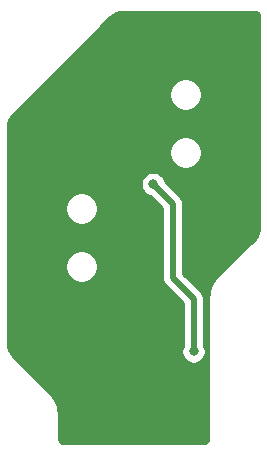
<source format=gbr>
%TF.GenerationSoftware,KiCad,Pcbnew,(5.1.7)-1*%
%TF.CreationDate,2020-10-15T21:52:00-04:00*%
%TF.ProjectId,DanA4UsbBreakout,44616e41-3455-4736-9242-7265616b6f75,rev?*%
%TF.SameCoordinates,Original*%
%TF.FileFunction,Copper,L2,Bot*%
%TF.FilePolarity,Positive*%
%FSLAX46Y46*%
G04 Gerber Fmt 4.6, Leading zero omitted, Abs format (unit mm)*
G04 Created by KiCad (PCBNEW (5.1.7)-1) date 2020-10-15 21:52:00*
%MOMM*%
%LPD*%
G01*
G04 APERTURE LIST*
%TA.AperFunction,ViaPad*%
%ADD10C,0.800000*%
%TD*%
%TA.AperFunction,Conductor*%
%ADD11C,0.500000*%
%TD*%
%TA.AperFunction,Conductor*%
%ADD12C,0.254000*%
%TD*%
%TA.AperFunction,Conductor*%
%ADD13C,0.100000*%
%TD*%
G04 APERTURE END LIST*
D10*
%TO.N,GNDS*%
X49149000Y-35941000D03*
X55943500Y-44513500D03*
%TO.N,+5V*%
X55245000Y-31559500D03*
X58674000Y-45720006D03*
%TO.N,GNDS*%
X46101000Y-47180500D03*
X47752000Y-22860000D03*
X60457000Y-18791000D03*
X63390000Y-25827500D03*
X51562000Y-25463500D03*
X43798000Y-35069000D03*
X53086000Y-41465500D03*
X55372000Y-34099500D03*
X58928000Y-36957000D03*
%TD*%
D11*
%TO.N,+5V*%
X58674000Y-41275000D02*
X58674000Y-45720006D01*
X56896000Y-39497000D02*
X58674000Y-41275000D01*
X56896000Y-33210500D02*
X56896000Y-39497000D01*
X55245000Y-31559500D02*
X56896000Y-33210500D01*
%TD*%
D12*
%TO.N,GNDS*%
X63949533Y-16980767D02*
X64015457Y-17000671D01*
X64076255Y-17032997D01*
X64129619Y-17076521D01*
X64173512Y-17129578D01*
X64206266Y-17190153D01*
X64226628Y-17255935D01*
X64237000Y-17354613D01*
X64237001Y-35119235D01*
X64219792Y-35432543D01*
X64153609Y-35691360D01*
X64038413Y-35932398D01*
X63863781Y-36166311D01*
X63832200Y-36199391D01*
X60685697Y-39329625D01*
X60667906Y-39351189D01*
X60663562Y-39355443D01*
X60657689Y-39362544D01*
X60407041Y-39669869D01*
X60373959Y-39719662D01*
X60340141Y-39769051D01*
X60335759Y-39777157D01*
X60149577Y-40127313D01*
X60126776Y-40182633D01*
X60103216Y-40237601D01*
X60100491Y-40246405D01*
X59985868Y-40626056D01*
X59974249Y-40684736D01*
X59961812Y-40743246D01*
X59960849Y-40752411D01*
X59922150Y-41147095D01*
X59922150Y-41147108D01*
X59919001Y-41179081D01*
X59919000Y-53053719D01*
X59909115Y-53154531D01*
X59889211Y-53220458D01*
X59856885Y-53281255D01*
X59813362Y-53334618D01*
X59760300Y-53378515D01*
X59699727Y-53411266D01*
X59633947Y-53431628D01*
X59535269Y-53442000D01*
X47657281Y-53442000D01*
X47556469Y-53432115D01*
X47490542Y-53412211D01*
X47429745Y-53379885D01*
X47376382Y-53336362D01*
X47332485Y-53283300D01*
X47299734Y-53222727D01*
X47279372Y-53156947D01*
X47269000Y-53058269D01*
X47269000Y-51063209D01*
X47266415Y-51036959D01*
X47266477Y-51031011D01*
X47265609Y-51021837D01*
X47225532Y-50627290D01*
X47213706Y-50568640D01*
X47202705Y-50509854D01*
X47200072Y-50501023D01*
X47084124Y-50121774D01*
X47061123Y-50066518D01*
X47038921Y-50011008D01*
X47034623Y-50002856D01*
X46847220Y-49653351D01*
X46813949Y-49603652D01*
X46781364Y-49553474D01*
X46775564Y-49546313D01*
X46564650Y-49289542D01*
X46564309Y-49288908D01*
X46502303Y-49213752D01*
X43373266Y-46100896D01*
X43183653Y-45870057D01*
X43057410Y-45634615D01*
X42979303Y-45379138D01*
X42949804Y-45088725D01*
X42950362Y-45060399D01*
X42951000Y-45053919D01*
X42951000Y-38381589D01*
X47813000Y-38381589D01*
X47813000Y-38654411D01*
X47866225Y-38921989D01*
X47970629Y-39174043D01*
X48122201Y-39400886D01*
X48315114Y-39593799D01*
X48541957Y-39745371D01*
X48794011Y-39849775D01*
X49061589Y-39903000D01*
X49334411Y-39903000D01*
X49601989Y-39849775D01*
X49854043Y-39745371D01*
X50080886Y-39593799D01*
X50273799Y-39400886D01*
X50425371Y-39174043D01*
X50529775Y-38921989D01*
X50583000Y-38654411D01*
X50583000Y-38381589D01*
X50529775Y-38114011D01*
X50425371Y-37861957D01*
X50273799Y-37635114D01*
X50080886Y-37442201D01*
X49854043Y-37290629D01*
X49601989Y-37186225D01*
X49334411Y-37133000D01*
X49061589Y-37133000D01*
X48794011Y-37186225D01*
X48541957Y-37290629D01*
X48315114Y-37442201D01*
X48122201Y-37635114D01*
X47970629Y-37861957D01*
X47866225Y-38114011D01*
X47813000Y-38381589D01*
X42951000Y-38381589D01*
X42951000Y-33481589D01*
X47813000Y-33481589D01*
X47813000Y-33754411D01*
X47866225Y-34021989D01*
X47970629Y-34274043D01*
X48122201Y-34500886D01*
X48315114Y-34693799D01*
X48541957Y-34845371D01*
X48794011Y-34949775D01*
X49061589Y-35003000D01*
X49334411Y-35003000D01*
X49601989Y-34949775D01*
X49854043Y-34845371D01*
X50080886Y-34693799D01*
X50273799Y-34500886D01*
X50425371Y-34274043D01*
X50529775Y-34021989D01*
X50583000Y-33754411D01*
X50583000Y-33481589D01*
X50529775Y-33214011D01*
X50425371Y-32961957D01*
X50273799Y-32735114D01*
X50080886Y-32542201D01*
X49854043Y-32390629D01*
X49601989Y-32286225D01*
X49334411Y-32233000D01*
X49061589Y-32233000D01*
X48794011Y-32286225D01*
X48541957Y-32390629D01*
X48315114Y-32542201D01*
X48122201Y-32735114D01*
X47970629Y-32961957D01*
X47866225Y-33214011D01*
X47813000Y-33481589D01*
X42951000Y-33481589D01*
X42951000Y-31457561D01*
X54210000Y-31457561D01*
X54210000Y-31661439D01*
X54249774Y-31861398D01*
X54327795Y-32049756D01*
X54441063Y-32219274D01*
X54585226Y-32363437D01*
X54754744Y-32476705D01*
X54943102Y-32554726D01*
X54999957Y-32566035D01*
X56011000Y-33577079D01*
X56011001Y-39453521D01*
X56006719Y-39497000D01*
X56023805Y-39670490D01*
X56074412Y-39837313D01*
X56156590Y-39991059D01*
X56239468Y-40092046D01*
X56239471Y-40092049D01*
X56267184Y-40125817D01*
X56300951Y-40153529D01*
X57789000Y-41641579D01*
X57789001Y-45181550D01*
X57756795Y-45229750D01*
X57678774Y-45418108D01*
X57639000Y-45618067D01*
X57639000Y-45821945D01*
X57678774Y-46021904D01*
X57756795Y-46210262D01*
X57870063Y-46379780D01*
X58014226Y-46523943D01*
X58183744Y-46637211D01*
X58372102Y-46715232D01*
X58572061Y-46755006D01*
X58775939Y-46755006D01*
X58975898Y-46715232D01*
X59164256Y-46637211D01*
X59333774Y-46523943D01*
X59477937Y-46379780D01*
X59591205Y-46210262D01*
X59669226Y-46021904D01*
X59709000Y-45821945D01*
X59709000Y-45618067D01*
X59669226Y-45418108D01*
X59591205Y-45229750D01*
X59559000Y-45181552D01*
X59559000Y-41318469D01*
X59563281Y-41275000D01*
X59559000Y-41231531D01*
X59559000Y-41231523D01*
X59546195Y-41101510D01*
X59495589Y-40934687D01*
X59413411Y-40780941D01*
X59363525Y-40720155D01*
X59330532Y-40679953D01*
X59330530Y-40679951D01*
X59302817Y-40646183D01*
X59269050Y-40618471D01*
X57781000Y-39130422D01*
X57781000Y-33253969D01*
X57785281Y-33210500D01*
X57781000Y-33167031D01*
X57781000Y-33167023D01*
X57768195Y-33037010D01*
X57745428Y-32961957D01*
X57717589Y-32870186D01*
X57635411Y-32716441D01*
X57552532Y-32615453D01*
X57552530Y-32615451D01*
X57524817Y-32581683D01*
X57491050Y-32553971D01*
X56251535Y-31314457D01*
X56240226Y-31257602D01*
X56162205Y-31069244D01*
X56048937Y-30899726D01*
X55904774Y-30755563D01*
X55735256Y-30642295D01*
X55546898Y-30564274D01*
X55346939Y-30524500D01*
X55143061Y-30524500D01*
X54943102Y-30564274D01*
X54754744Y-30642295D01*
X54585226Y-30755563D01*
X54441063Y-30899726D01*
X54327795Y-31069244D01*
X54249774Y-31257602D01*
X54210000Y-31457561D01*
X42951000Y-31457561D01*
X42951000Y-28729589D01*
X56605000Y-28729589D01*
X56605000Y-29002411D01*
X56658225Y-29269989D01*
X56762629Y-29522043D01*
X56914201Y-29748886D01*
X57107114Y-29941799D01*
X57333957Y-30093371D01*
X57586011Y-30197775D01*
X57853589Y-30251000D01*
X58126411Y-30251000D01*
X58393989Y-30197775D01*
X58646043Y-30093371D01*
X58872886Y-29941799D01*
X59065799Y-29748886D01*
X59217371Y-29522043D01*
X59321775Y-29269989D01*
X59375000Y-29002411D01*
X59375000Y-28729589D01*
X59321775Y-28462011D01*
X59217371Y-28209957D01*
X59065799Y-27983114D01*
X58872886Y-27790201D01*
X58646043Y-27638629D01*
X58393989Y-27534225D01*
X58126411Y-27481000D01*
X57853589Y-27481000D01*
X57586011Y-27534225D01*
X57333957Y-27638629D01*
X57107114Y-27790201D01*
X56914201Y-27983114D01*
X56762629Y-28209957D01*
X56658225Y-28462011D01*
X56605000Y-28729589D01*
X42951000Y-28729589D01*
X42951000Y-26702279D01*
X42980234Y-26404125D01*
X43057448Y-26148378D01*
X43182869Y-25912496D01*
X43371565Y-25681133D01*
X45223109Y-23829589D01*
X56605000Y-23829589D01*
X56605000Y-24102411D01*
X56658225Y-24369989D01*
X56762629Y-24622043D01*
X56914201Y-24848886D01*
X57107114Y-25041799D01*
X57333957Y-25193371D01*
X57586011Y-25297775D01*
X57853589Y-25351000D01*
X58126411Y-25351000D01*
X58393989Y-25297775D01*
X58646043Y-25193371D01*
X58872886Y-25041799D01*
X59065799Y-24848886D01*
X59217371Y-24622043D01*
X59321775Y-24369989D01*
X59375000Y-24102411D01*
X59375000Y-23829589D01*
X59321775Y-23562011D01*
X59217371Y-23309957D01*
X59065799Y-23083114D01*
X58872886Y-22890201D01*
X58646043Y-22738629D01*
X58393989Y-22634225D01*
X58126411Y-22581000D01*
X57853589Y-22581000D01*
X57586011Y-22634225D01*
X57333957Y-22738629D01*
X57107114Y-22890201D01*
X56914201Y-23083114D01*
X56762629Y-23309957D01*
X56658225Y-23562011D01*
X56605000Y-23829589D01*
X45223109Y-23829589D01*
X51630058Y-17422641D01*
X51862848Y-17222600D01*
X52095427Y-17091158D01*
X52349104Y-17007394D01*
X52642189Y-16971029D01*
X52653623Y-16970882D01*
X63848719Y-16970882D01*
X63949533Y-16980767D01*
%TA.AperFunction,Conductor*%
D13*
G36*
X63949533Y-16980767D02*
G01*
X64015457Y-17000671D01*
X64076255Y-17032997D01*
X64129619Y-17076521D01*
X64173512Y-17129578D01*
X64206266Y-17190153D01*
X64226628Y-17255935D01*
X64237000Y-17354613D01*
X64237001Y-35119235D01*
X64219792Y-35432543D01*
X64153609Y-35691360D01*
X64038413Y-35932398D01*
X63863781Y-36166311D01*
X63832200Y-36199391D01*
X60685697Y-39329625D01*
X60667906Y-39351189D01*
X60663562Y-39355443D01*
X60657689Y-39362544D01*
X60407041Y-39669869D01*
X60373959Y-39719662D01*
X60340141Y-39769051D01*
X60335759Y-39777157D01*
X60149577Y-40127313D01*
X60126776Y-40182633D01*
X60103216Y-40237601D01*
X60100491Y-40246405D01*
X59985868Y-40626056D01*
X59974249Y-40684736D01*
X59961812Y-40743246D01*
X59960849Y-40752411D01*
X59922150Y-41147095D01*
X59922150Y-41147108D01*
X59919001Y-41179081D01*
X59919000Y-53053719D01*
X59909115Y-53154531D01*
X59889211Y-53220458D01*
X59856885Y-53281255D01*
X59813362Y-53334618D01*
X59760300Y-53378515D01*
X59699727Y-53411266D01*
X59633947Y-53431628D01*
X59535269Y-53442000D01*
X47657281Y-53442000D01*
X47556469Y-53432115D01*
X47490542Y-53412211D01*
X47429745Y-53379885D01*
X47376382Y-53336362D01*
X47332485Y-53283300D01*
X47299734Y-53222727D01*
X47279372Y-53156947D01*
X47269000Y-53058269D01*
X47269000Y-51063209D01*
X47266415Y-51036959D01*
X47266477Y-51031011D01*
X47265609Y-51021837D01*
X47225532Y-50627290D01*
X47213706Y-50568640D01*
X47202705Y-50509854D01*
X47200072Y-50501023D01*
X47084124Y-50121774D01*
X47061123Y-50066518D01*
X47038921Y-50011008D01*
X47034623Y-50002856D01*
X46847220Y-49653351D01*
X46813949Y-49603652D01*
X46781364Y-49553474D01*
X46775564Y-49546313D01*
X46564650Y-49289542D01*
X46564309Y-49288908D01*
X46502303Y-49213752D01*
X43373266Y-46100896D01*
X43183653Y-45870057D01*
X43057410Y-45634615D01*
X42979303Y-45379138D01*
X42949804Y-45088725D01*
X42950362Y-45060399D01*
X42951000Y-45053919D01*
X42951000Y-38381589D01*
X47813000Y-38381589D01*
X47813000Y-38654411D01*
X47866225Y-38921989D01*
X47970629Y-39174043D01*
X48122201Y-39400886D01*
X48315114Y-39593799D01*
X48541957Y-39745371D01*
X48794011Y-39849775D01*
X49061589Y-39903000D01*
X49334411Y-39903000D01*
X49601989Y-39849775D01*
X49854043Y-39745371D01*
X50080886Y-39593799D01*
X50273799Y-39400886D01*
X50425371Y-39174043D01*
X50529775Y-38921989D01*
X50583000Y-38654411D01*
X50583000Y-38381589D01*
X50529775Y-38114011D01*
X50425371Y-37861957D01*
X50273799Y-37635114D01*
X50080886Y-37442201D01*
X49854043Y-37290629D01*
X49601989Y-37186225D01*
X49334411Y-37133000D01*
X49061589Y-37133000D01*
X48794011Y-37186225D01*
X48541957Y-37290629D01*
X48315114Y-37442201D01*
X48122201Y-37635114D01*
X47970629Y-37861957D01*
X47866225Y-38114011D01*
X47813000Y-38381589D01*
X42951000Y-38381589D01*
X42951000Y-33481589D01*
X47813000Y-33481589D01*
X47813000Y-33754411D01*
X47866225Y-34021989D01*
X47970629Y-34274043D01*
X48122201Y-34500886D01*
X48315114Y-34693799D01*
X48541957Y-34845371D01*
X48794011Y-34949775D01*
X49061589Y-35003000D01*
X49334411Y-35003000D01*
X49601989Y-34949775D01*
X49854043Y-34845371D01*
X50080886Y-34693799D01*
X50273799Y-34500886D01*
X50425371Y-34274043D01*
X50529775Y-34021989D01*
X50583000Y-33754411D01*
X50583000Y-33481589D01*
X50529775Y-33214011D01*
X50425371Y-32961957D01*
X50273799Y-32735114D01*
X50080886Y-32542201D01*
X49854043Y-32390629D01*
X49601989Y-32286225D01*
X49334411Y-32233000D01*
X49061589Y-32233000D01*
X48794011Y-32286225D01*
X48541957Y-32390629D01*
X48315114Y-32542201D01*
X48122201Y-32735114D01*
X47970629Y-32961957D01*
X47866225Y-33214011D01*
X47813000Y-33481589D01*
X42951000Y-33481589D01*
X42951000Y-31457561D01*
X54210000Y-31457561D01*
X54210000Y-31661439D01*
X54249774Y-31861398D01*
X54327795Y-32049756D01*
X54441063Y-32219274D01*
X54585226Y-32363437D01*
X54754744Y-32476705D01*
X54943102Y-32554726D01*
X54999957Y-32566035D01*
X56011000Y-33577079D01*
X56011001Y-39453521D01*
X56006719Y-39497000D01*
X56023805Y-39670490D01*
X56074412Y-39837313D01*
X56156590Y-39991059D01*
X56239468Y-40092046D01*
X56239471Y-40092049D01*
X56267184Y-40125817D01*
X56300951Y-40153529D01*
X57789000Y-41641579D01*
X57789001Y-45181550D01*
X57756795Y-45229750D01*
X57678774Y-45418108D01*
X57639000Y-45618067D01*
X57639000Y-45821945D01*
X57678774Y-46021904D01*
X57756795Y-46210262D01*
X57870063Y-46379780D01*
X58014226Y-46523943D01*
X58183744Y-46637211D01*
X58372102Y-46715232D01*
X58572061Y-46755006D01*
X58775939Y-46755006D01*
X58975898Y-46715232D01*
X59164256Y-46637211D01*
X59333774Y-46523943D01*
X59477937Y-46379780D01*
X59591205Y-46210262D01*
X59669226Y-46021904D01*
X59709000Y-45821945D01*
X59709000Y-45618067D01*
X59669226Y-45418108D01*
X59591205Y-45229750D01*
X59559000Y-45181552D01*
X59559000Y-41318469D01*
X59563281Y-41275000D01*
X59559000Y-41231531D01*
X59559000Y-41231523D01*
X59546195Y-41101510D01*
X59495589Y-40934687D01*
X59413411Y-40780941D01*
X59363525Y-40720155D01*
X59330532Y-40679953D01*
X59330530Y-40679951D01*
X59302817Y-40646183D01*
X59269050Y-40618471D01*
X57781000Y-39130422D01*
X57781000Y-33253969D01*
X57785281Y-33210500D01*
X57781000Y-33167031D01*
X57781000Y-33167023D01*
X57768195Y-33037010D01*
X57745428Y-32961957D01*
X57717589Y-32870186D01*
X57635411Y-32716441D01*
X57552532Y-32615453D01*
X57552530Y-32615451D01*
X57524817Y-32581683D01*
X57491050Y-32553971D01*
X56251535Y-31314457D01*
X56240226Y-31257602D01*
X56162205Y-31069244D01*
X56048937Y-30899726D01*
X55904774Y-30755563D01*
X55735256Y-30642295D01*
X55546898Y-30564274D01*
X55346939Y-30524500D01*
X55143061Y-30524500D01*
X54943102Y-30564274D01*
X54754744Y-30642295D01*
X54585226Y-30755563D01*
X54441063Y-30899726D01*
X54327795Y-31069244D01*
X54249774Y-31257602D01*
X54210000Y-31457561D01*
X42951000Y-31457561D01*
X42951000Y-28729589D01*
X56605000Y-28729589D01*
X56605000Y-29002411D01*
X56658225Y-29269989D01*
X56762629Y-29522043D01*
X56914201Y-29748886D01*
X57107114Y-29941799D01*
X57333957Y-30093371D01*
X57586011Y-30197775D01*
X57853589Y-30251000D01*
X58126411Y-30251000D01*
X58393989Y-30197775D01*
X58646043Y-30093371D01*
X58872886Y-29941799D01*
X59065799Y-29748886D01*
X59217371Y-29522043D01*
X59321775Y-29269989D01*
X59375000Y-29002411D01*
X59375000Y-28729589D01*
X59321775Y-28462011D01*
X59217371Y-28209957D01*
X59065799Y-27983114D01*
X58872886Y-27790201D01*
X58646043Y-27638629D01*
X58393989Y-27534225D01*
X58126411Y-27481000D01*
X57853589Y-27481000D01*
X57586011Y-27534225D01*
X57333957Y-27638629D01*
X57107114Y-27790201D01*
X56914201Y-27983114D01*
X56762629Y-28209957D01*
X56658225Y-28462011D01*
X56605000Y-28729589D01*
X42951000Y-28729589D01*
X42951000Y-26702279D01*
X42980234Y-26404125D01*
X43057448Y-26148378D01*
X43182869Y-25912496D01*
X43371565Y-25681133D01*
X45223109Y-23829589D01*
X56605000Y-23829589D01*
X56605000Y-24102411D01*
X56658225Y-24369989D01*
X56762629Y-24622043D01*
X56914201Y-24848886D01*
X57107114Y-25041799D01*
X57333957Y-25193371D01*
X57586011Y-25297775D01*
X57853589Y-25351000D01*
X58126411Y-25351000D01*
X58393989Y-25297775D01*
X58646043Y-25193371D01*
X58872886Y-25041799D01*
X59065799Y-24848886D01*
X59217371Y-24622043D01*
X59321775Y-24369989D01*
X59375000Y-24102411D01*
X59375000Y-23829589D01*
X59321775Y-23562011D01*
X59217371Y-23309957D01*
X59065799Y-23083114D01*
X58872886Y-22890201D01*
X58646043Y-22738629D01*
X58393989Y-22634225D01*
X58126411Y-22581000D01*
X57853589Y-22581000D01*
X57586011Y-22634225D01*
X57333957Y-22738629D01*
X57107114Y-22890201D01*
X56914201Y-23083114D01*
X56762629Y-23309957D01*
X56658225Y-23562011D01*
X56605000Y-23829589D01*
X45223109Y-23829589D01*
X51630058Y-17422641D01*
X51862848Y-17222600D01*
X52095427Y-17091158D01*
X52349104Y-17007394D01*
X52642189Y-16971029D01*
X52653623Y-16970882D01*
X63848719Y-16970882D01*
X63949533Y-16980767D01*
G37*
%TD.AperFunction*%
%TD*%
M02*

</source>
